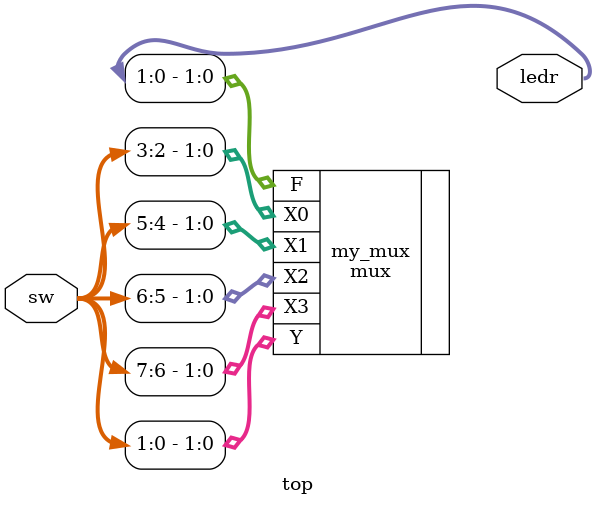
<source format=v>
module top(
    // SW0和SW1作为控制端Y，SW2—SW9作为四个两位数据输入端X0–X3。
    input [7:0] sw,
    // 将两位的输出端F接到发光二极管LEDR0和LEDR1上显示输出
    output [15:0] ledr,
);

mux my_mux(
    .X0(sw[3:2]),
    .X1(sw[5:4]),
    .X2(sw[6:5]),
    .X3(sw[7:6]),
    .Y(sw[1:0]),
    .F(ledr[1:0])
);

endmodule

</source>
